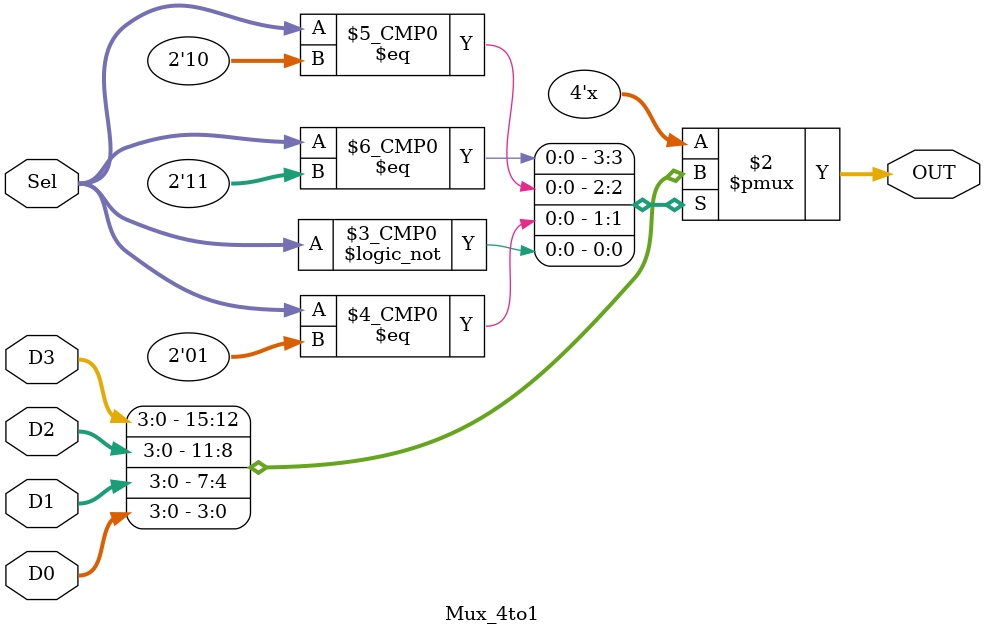
<source format=v>
module Mux_4to1(
    input [4-1:0] D3, D2, D1, D0,
    input [2-1:0] Sel,
    output reg [4-1:0] OUT
    );
    always @ (*) begin
        case (Sel)
            // Design your code here
            2'b11:OUT=D3;
            2'b10:OUT=D2;
            2'b01:OUT=D1;
            2'b00:OUT=D0;
        endcase 
    end
endmodule

</source>
